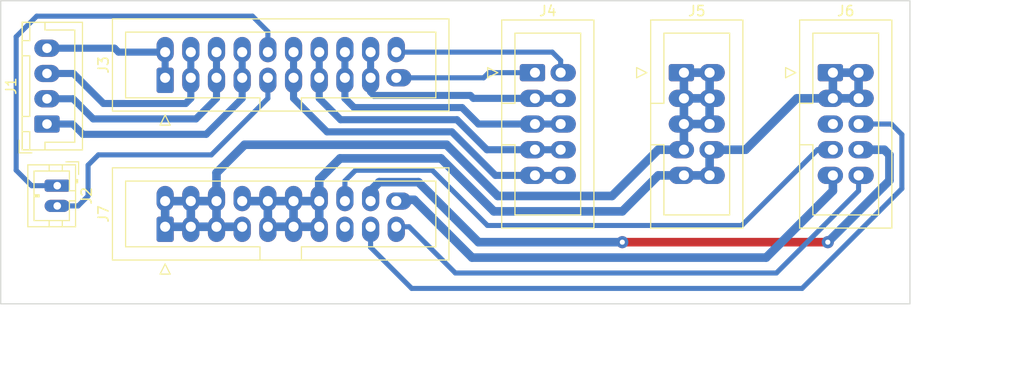
<source format=kicad_pcb>
(kicad_pcb (version 20171130) (host pcbnew "(5.1.7)-1")

  (general
    (thickness 1.6)
    (drawings 6)
    (tracks 146)
    (zones 0)
    (modules 9)
    (nets 22)
  )

  (page A4)
  (layers
    (0 F.Cu signal)
    (31 B.Cu signal)
    (32 B.Adhes user)
    (33 F.Adhes user)
    (34 B.Paste user)
    (35 F.Paste user)
    (36 B.SilkS user)
    (37 F.SilkS user)
    (38 B.Mask user)
    (39 F.Mask user)
    (40 Dwgs.User user)
    (41 Cmts.User user)
    (42 Eco1.User user)
    (43 Eco2.User user)
    (44 Edge.Cuts user)
    (45 Margin user)
    (46 B.CrtYd user hide)
    (47 F.CrtYd user hide)
    (48 B.Fab user hide)
    (49 F.Fab user hide)
  )

  (setup
    (last_trace_width 0.5)
    (trace_clearance 0.5)
    (zone_clearance 0.508)
    (zone_45_only no)
    (trace_min 0.2)
    (via_size 0.8)
    (via_drill 0.4)
    (via_min_size 0.4)
    (via_min_drill 0.3)
    (uvia_size 0.3)
    (uvia_drill 0.1)
    (uvias_allowed no)
    (uvia_min_size 0.2)
    (uvia_min_drill 0.1)
    (edge_width 0.1)
    (segment_width 0.2)
    (pcb_text_width 0.3)
    (pcb_text_size 1.5 1.5)
    (mod_edge_width 0.15)
    (mod_text_size 1 1)
    (mod_text_width 0.15)
    (pad_size 2.5 1.7)
    (pad_drill 1)
    (pad_to_mask_clearance 0)
    (aux_axis_origin 0 0)
    (visible_elements 7FFFFFFF)
    (pcbplotparams
      (layerselection 0x010fc_ffffffff)
      (usegerberextensions false)
      (usegerberattributes true)
      (usegerberadvancedattributes true)
      (creategerberjobfile true)
      (excludeedgelayer true)
      (linewidth 0.100000)
      (plotframeref false)
      (viasonmask false)
      (mode 1)
      (useauxorigin false)
      (hpglpennumber 1)
      (hpglpenspeed 20)
      (hpglpendiameter 15.000000)
      (psnegative false)
      (psa4output false)
      (plotreference true)
      (plotvalue true)
      (plotinvisibletext false)
      (padsonsilk false)
      (subtractmaskfromsilk false)
      (outputformat 1)
      (mirror false)
      (drillshape 1)
      (scaleselection 1)
      (outputdirectory ""))
  )

  (net 0 "")
  (net 1 "Net-(J1-Pad4)")
  (net 2 "Net-(J1-Pad3)")
  (net 3 "Net-(J1-Pad2)")
  (net 4 "Net-(J1-Pad1)")
  (net 5 "Net-(J2-Pad2)")
  (net 6 "Net-(J2-Pad1)")
  (net 7 "Net-(J3-Pad20)")
  (net 8 "Net-(J3-Pad19)")
  (net 9 "Net-(J3-Pad17)")
  (net 10 "Net-(J3-Pad15)")
  (net 11 "Net-(J3-Pad13)")
  (net 12 "Net-(J3-Pad11)")
  (net 13 "Net-(J5-Pad10)")
  (net 14 "Net-(J5-Pad1)")
  (net 15 +12V)
  (net 16 GND)
  (net 17 "Net-(J6-Pad6)")
  (net 18 "Net-(J6-Pad7)")
  (net 19 "Net-(J6-Pad5)")
  (net 20 "Net-(J7-Pad15)")
  (net 21 "Net-(J6-Pad10)")

  (net_class Default "This is the default net class."
    (clearance 0.5)
    (trace_width 0.5)
    (via_dia 0.8)
    (via_drill 0.4)
    (uvia_dia 0.3)
    (uvia_drill 0.1)
    (add_net "Net-(J2-Pad1)")
    (add_net "Net-(J2-Pad2)")
    (add_net "Net-(J3-Pad19)")
    (add_net "Net-(J3-Pad20)")
    (add_net "Net-(J6-Pad10)")
    (add_net "Net-(J6-Pad5)")
    (add_net "Net-(J6-Pad6)")
    (add_net "Net-(J6-Pad7)")
    (add_net "Net-(J7-Pad15)")
  )

  (net_class 12V ""
    (clearance 0.5)
    (trace_width 0.85)
    (via_dia 1.2)
    (via_drill 0.5)
    (uvia_dia 0.3)
    (uvia_drill 0.1)
    (add_net +12V)
    (add_net GND)
  )

  (net_class Heat ""
    (clearance 0.5)
    (trace_width 0.85)
    (via_dia 0.8)
    (via_drill 0.4)
    (uvia_dia 0.3)
    (uvia_drill 0.1)
    (add_net "Net-(J5-Pad1)")
    (add_net "Net-(J5-Pad10)")
  )

  (net_class Motor ""
    (clearance 0.5)
    (trace_width 0.7)
    (via_dia 0.8)
    (via_drill 0.4)
    (uvia_dia 0.3)
    (uvia_drill 0.1)
    (add_net "Net-(J1-Pad1)")
    (add_net "Net-(J1-Pad2)")
    (add_net "Net-(J1-Pad3)")
    (add_net "Net-(J1-Pad4)")
    (add_net "Net-(J3-Pad11)")
    (add_net "Net-(J3-Pad13)")
    (add_net "Net-(J3-Pad15)")
    (add_net "Net-(J3-Pad17)")
  )

  (module MountingHole:MountingHole_3.2mm_M3 (layer F.Cu) (tedit 6016E280) (tstamp 6017AE72)
    (at 163.576 94.996)
    (descr "Mounting Hole 3.2mm, no annular, M3")
    (tags "mounting hole 3.2mm no annular m3")
    (attr virtual)
    (fp_text reference REF** (at 0 -4.2) (layer F.SilkS) hide
      (effects (font (size 1 1) (thickness 0.15)))
    )
    (fp_text value MountingHole_3.2mm_M3 (at 0 4.2) (layer F.Fab) hide
      (effects (font (size 1 1) (thickness 0.15)))
    )
    (fp_circle (center 0 0) (end 3.2 0) (layer Cmts.User) (width 0.15))
    (fp_circle (center 0 0) (end 3.45 0) (layer F.CrtYd) (width 0.05))
    (fp_text user %R (at 0.3 0) (layer F.Fab) hide
      (effects (font (size 1 1) (thickness 0.15)))
    )
    (pad "" np_thru_hole circle (at 0 0) (size 3.2 3.2) (drill 3.2) (layers *.Cu *.Mask))
  )

  (module MountingHole:MountingHole_3.2mm_M3 (layer F.Cu) (tedit 6016E280) (tstamp 6017A799)
    (at 80.772 94.996)
    (descr "Mounting Hole 3.2mm, no annular, M3")
    (tags "mounting hole 3.2mm no annular m3")
    (attr virtual)
    (fp_text reference REF** (at 0 -4.2) (layer F.SilkS) hide
      (effects (font (size 1 1) (thickness 0.15)))
    )
    (fp_text value MountingHole_3.2mm_M3 (at 0 4.2) (layer F.Fab) hide
      (effects (font (size 1 1) (thickness 0.15)))
    )
    (fp_circle (center 0 0) (end 3.45 0) (layer F.CrtYd) (width 0.05))
    (fp_circle (center 0 0) (end 3.2 0) (layer Cmts.User) (width 0.15))
    (fp_text user %R (at 0.3 0) (layer F.Fab) hide
      (effects (font (size 1 1) (thickness 0.15)))
    )
    (pad "" np_thru_hole circle (at 0 0) (size 3.2 3.2) (drill 3.2) (layers *.Cu *.Mask))
  )

  (module Connector_IDC:IDC-Header_2x05_P2.54mm_Vertical (layer F.Cu) (tedit 5EAC9A07) (tstamp 601782B4)
    (at 159.512 75.692)
    (descr "Through hole IDC box header, 2x05, 2.54mm pitch, DIN 41651 / IEC 60603-13, double rows, https://docs.google.com/spreadsheets/d/16SsEcesNF15N3Lb4niX7dcUr-NY5_MFPQhobNuNppn4/edit#gid=0")
    (tags "Through hole vertical IDC box header THT 2x05 2.54mm double row")
    (path /60208435)
    (fp_text reference J6 (at 1.27 -6.1) (layer F.SilkS)
      (effects (font (size 1 1) (thickness 0.15)))
    )
    (fp_text value Axiscon3 (at 1.27 16.26) (layer F.Fab)
      (effects (font (size 1 1) (thickness 0.15)))
    )
    (fp_line (start 6.22 -5.6) (end -3.68 -5.6) (layer F.CrtYd) (width 0.05))
    (fp_line (start 6.22 15.76) (end 6.22 -5.6) (layer F.CrtYd) (width 0.05))
    (fp_line (start -3.68 15.76) (end 6.22 15.76) (layer F.CrtYd) (width 0.05))
    (fp_line (start -3.68 -5.6) (end -3.68 15.76) (layer F.CrtYd) (width 0.05))
    (fp_line (start -4.68 0.5) (end -3.68 0) (layer F.SilkS) (width 0.12))
    (fp_line (start -4.68 -0.5) (end -4.68 0.5) (layer F.SilkS) (width 0.12))
    (fp_line (start -3.68 0) (end -4.68 -0.5) (layer F.SilkS) (width 0.12))
    (fp_line (start -1.98 7.13) (end -3.29 7.13) (layer F.SilkS) (width 0.12))
    (fp_line (start -1.98 7.13) (end -1.98 7.13) (layer F.SilkS) (width 0.12))
    (fp_line (start -1.98 14.07) (end -1.98 7.13) (layer F.SilkS) (width 0.12))
    (fp_line (start 4.52 14.07) (end -1.98 14.07) (layer F.SilkS) (width 0.12))
    (fp_line (start 4.52 -3.91) (end 4.52 14.07) (layer F.SilkS) (width 0.12))
    (fp_line (start -1.98 -3.91) (end 4.52 -3.91) (layer F.SilkS) (width 0.12))
    (fp_line (start -1.98 3.03) (end -1.98 -3.91) (layer F.SilkS) (width 0.12))
    (fp_line (start -3.29 3.03) (end -1.98 3.03) (layer F.SilkS) (width 0.12))
    (fp_line (start -3.29 15.37) (end -3.29 -5.21) (layer F.SilkS) (width 0.12))
    (fp_line (start 5.83 15.37) (end -3.29 15.37) (layer F.SilkS) (width 0.12))
    (fp_line (start 5.83 -5.21) (end 5.83 15.37) (layer F.SilkS) (width 0.12))
    (fp_line (start -3.29 -5.21) (end 5.83 -5.21) (layer F.SilkS) (width 0.12))
    (fp_line (start -1.98 7.13) (end -3.18 7.13) (layer F.Fab) (width 0.1))
    (fp_line (start -1.98 7.13) (end -1.98 7.13) (layer F.Fab) (width 0.1))
    (fp_line (start -1.98 14.07) (end -1.98 7.13) (layer F.Fab) (width 0.1))
    (fp_line (start 4.52 14.07) (end -1.98 14.07) (layer F.Fab) (width 0.1))
    (fp_line (start 4.52 -3.91) (end 4.52 14.07) (layer F.Fab) (width 0.1))
    (fp_line (start -1.98 -3.91) (end 4.52 -3.91) (layer F.Fab) (width 0.1))
    (fp_line (start -1.98 3.03) (end -1.98 -3.91) (layer F.Fab) (width 0.1))
    (fp_line (start -3.18 3.03) (end -1.98 3.03) (layer F.Fab) (width 0.1))
    (fp_line (start -3.18 15.26) (end -3.18 -4.1) (layer F.Fab) (width 0.1))
    (fp_line (start 5.72 15.26) (end -3.18 15.26) (layer F.Fab) (width 0.1))
    (fp_line (start 5.72 -5.1) (end 5.72 15.26) (layer F.Fab) (width 0.1))
    (fp_line (start -2.18 -5.1) (end 5.72 -5.1) (layer F.Fab) (width 0.1))
    (fp_line (start -3.18 -4.1) (end -2.18 -5.1) (layer F.Fab) (width 0.1))
    (fp_text user %R (at 1.27 5.08 90) (layer F.Fab)
      (effects (font (size 1 1) (thickness 0.15)))
    )
    (pad 10 thru_hole oval (at 2.54 10.16) (size 2.5 1.7) (drill 1 (offset 0.25 0)) (layers *.Cu *.Mask)
      (net 21 "Net-(J6-Pad10)"))
    (pad 8 thru_hole oval (at 2.54 7.62) (size 2.5 1.7) (drill 1 (offset 0.25 0)) (layers *.Cu *.Mask)
      (net 16 GND))
    (pad 6 thru_hole oval (at 2.54 5.08) (size 2.5 1.7) (drill 1 (offset 0.25 0)) (layers *.Cu *.Mask)
      (net 17 "Net-(J6-Pad6)"))
    (pad 4 thru_hole oval (at 2.54 2.54) (size 2.5 1.7) (drill 1 (offset 0.25 0)) (layers *.Cu *.Mask)
      (net 13 "Net-(J5-Pad10)"))
    (pad 2 thru_hole oval (at 2.54 0) (size 2.5 1.7) (drill 1 (offset 0.25 0)) (layers *.Cu *.Mask)
      (net 13 "Net-(J5-Pad10)"))
    (pad 9 thru_hole oval (at 0 10.16) (size 2.5 1.7) (drill 1 (offset -0.25 0)) (layers *.Cu *.Mask)
      (net 15 +12V))
    (pad 7 thru_hole oval (at 0 7.62) (size 2.5 1.7) (drill 1 (offset -0.25 0)) (layers *.Cu *.Mask)
      (net 18 "Net-(J6-Pad7)"))
    (pad 5 thru_hole oval (at 0 5.08) (size 2.5 1.7) (drill 1 (offset -0.25 0)) (layers *.Cu *.Mask)
      (net 19 "Net-(J6-Pad5)"))
    (pad 3 thru_hole oval (at 0 2.54) (size 2.5 1.7) (drill 1 (offset -0.25 0)) (layers *.Cu *.Mask)
      (net 13 "Net-(J5-Pad10)"))
    (pad 1 thru_hole roundrect (at 0 0) (size 2.5 1.7) (drill 1 (offset -0.25 0)) (layers *.Cu *.Mask) (roundrect_rratio 0.147)
      (net 13 "Net-(J5-Pad10)"))
    (model ${KISYS3DMOD}/Connector_IDC.3dshapes/IDC-Header_2x05_P2.54mm_Vertical.wrl
      (at (xyz 0 0 0))
      (scale (xyz 1 1 1))
      (rotate (xyz 0 0 0))
    )
  )

  (module Connector_IDC:IDC-Header_2x10_P2.54mm_Vertical (layer F.Cu) (tedit 60172059) (tstamp 601782ED)
    (at 93.472 90.932 90)
    (descr "Through hole IDC box header, 2x10, 2.54mm pitch, DIN 41651 / IEC 60603-13, double rows, https://docs.google.com/spreadsheets/d/16SsEcesNF15N3Lb4niX7dcUr-NY5_MFPQhobNuNppn4/edit#gid=0")
    (tags "Through hole vertical IDC box header THT 2x10 2.54mm double row")
    (path /6016ECCC)
    (fp_text reference J7 (at 1.27 -6.1 90) (layer F.SilkS)
      (effects (font (size 1 1) (thickness 0.15)))
    )
    (fp_text value Intercon2 (at 1.27 28.96 90) (layer F.Fab)
      (effects (font (size 1 1) (thickness 0.15)))
    )
    (fp_line (start 6.22 -5.6) (end -3.68 -5.6) (layer F.CrtYd) (width 0.05))
    (fp_line (start 6.22 28.46) (end 6.22 -5.6) (layer F.CrtYd) (width 0.05))
    (fp_line (start -3.68 28.46) (end 6.22 28.46) (layer F.CrtYd) (width 0.05))
    (fp_line (start -3.68 -5.6) (end -3.68 28.46) (layer F.CrtYd) (width 0.05))
    (fp_line (start -4.68 0.5) (end -3.68 0) (layer F.SilkS) (width 0.12))
    (fp_line (start -4.68 -0.5) (end -4.68 0.5) (layer F.SilkS) (width 0.12))
    (fp_line (start -3.68 0) (end -4.68 -0.5) (layer F.SilkS) (width 0.12))
    (fp_line (start -1.98 13.48) (end -3.29 13.48) (layer F.SilkS) (width 0.12))
    (fp_line (start -1.98 13.48) (end -1.98 13.48) (layer F.SilkS) (width 0.12))
    (fp_line (start -1.98 26.77) (end -1.98 13.48) (layer F.SilkS) (width 0.12))
    (fp_line (start 4.52 26.77) (end -1.98 26.77) (layer F.SilkS) (width 0.12))
    (fp_line (start 4.52 -3.91) (end 4.52 26.77) (layer F.SilkS) (width 0.12))
    (fp_line (start -1.98 -3.91) (end 4.52 -3.91) (layer F.SilkS) (width 0.12))
    (fp_line (start -1.98 9.38) (end -1.98 -3.91) (layer F.SilkS) (width 0.12))
    (fp_line (start -3.29 9.38) (end -1.98 9.38) (layer F.SilkS) (width 0.12))
    (fp_line (start -3.29 28.07) (end -3.29 -5.21) (layer F.SilkS) (width 0.12))
    (fp_line (start 5.83 28.07) (end -3.29 28.07) (layer F.SilkS) (width 0.12))
    (fp_line (start 5.83 -5.21) (end 5.83 28.07) (layer F.SilkS) (width 0.12))
    (fp_line (start -3.29 -5.21) (end 5.83 -5.21) (layer F.SilkS) (width 0.12))
    (fp_line (start -1.98 13.48) (end -3.18 13.48) (layer F.Fab) (width 0.1))
    (fp_line (start -1.98 13.48) (end -1.98 13.48) (layer F.Fab) (width 0.1))
    (fp_line (start -1.98 26.77) (end -1.98 13.48) (layer F.Fab) (width 0.1))
    (fp_line (start 4.52 26.77) (end -1.98 26.77) (layer F.Fab) (width 0.1))
    (fp_line (start 4.52 -3.91) (end 4.52 26.77) (layer F.Fab) (width 0.1))
    (fp_line (start -1.98 -3.91) (end 4.52 -3.91) (layer F.Fab) (width 0.1))
    (fp_line (start -1.98 9.38) (end -1.98 -3.91) (layer F.Fab) (width 0.1))
    (fp_line (start -3.18 9.38) (end -1.98 9.38) (layer F.Fab) (width 0.1))
    (fp_line (start -3.18 27.96) (end -3.18 -4.1) (layer F.Fab) (width 0.1))
    (fp_line (start 5.72 27.96) (end -3.18 27.96) (layer F.Fab) (width 0.1))
    (fp_line (start 5.72 -5.1) (end 5.72 27.96) (layer F.Fab) (width 0.1))
    (fp_line (start -2.18 -5.1) (end 5.72 -5.1) (layer F.Fab) (width 0.1))
    (fp_line (start -3.18 -4.1) (end -2.18 -5.1) (layer F.Fab) (width 0.1))
    (fp_text user %R (at 1.27 11.43) (layer F.Fab)
      (effects (font (size 1 1) (thickness 0.15)))
    )
    (pad 20 thru_hole oval (at 2.54 22.86 90) (size 1.7 2.5) (drill 1 (offset 0 0.25)) (layers *.Cu *.Mask)
      (net 15 +12V))
    (pad 18 thru_hole oval (at 2.54 20.32 90) (size 2.5 1.7) (drill 1 (offset 0.25 0)) (layers *.Cu *.Mask)
      (net 16 GND))
    (pad 16 thru_hole oval (at 2.54 17.78 90) (size 2.5 1.7) (drill 1 (offset 0.25 0)) (layers *.Cu *.Mask)
      (net 18 "Net-(J6-Pad7)"))
    (pad 14 thru_hole oval (at 2.54 15.24 90) (size 2.5 1.7) (drill 1 (offset 0.25 0)) (layers *.Cu *.Mask)
      (net 13 "Net-(J5-Pad10)"))
    (pad 12 thru_hole oval (at 2.54 12.7 90) (size 2.5 1.7) (drill 1 (offset 0.25 0)) (layers *.Cu *.Mask)
      (net 13 "Net-(J5-Pad10)"))
    (pad 10 thru_hole oval (at 2.54 10.16 90) (size 2.5 1.7) (drill 1 (offset 0.25 0)) (layers *.Cu *.Mask)
      (net 13 "Net-(J5-Pad10)"))
    (pad 8 thru_hole oval (at 2.54 7.62 90) (size 2.5 1.7) (drill 1 (offset 0.25 0)) (layers *.Cu *.Mask)
      (net 13 "Net-(J5-Pad10)"))
    (pad 6 thru_hole oval (at 2.54 5.08 90) (size 2.5 1.7) (drill 1 (offset 0.25 0)) (layers *.Cu *.Mask)
      (net 14 "Net-(J5-Pad1)"))
    (pad 4 thru_hole oval (at 2.54 2.54 90) (size 2.5 1.7) (drill 1 (offset 0.25 0)) (layers *.Cu *.Mask)
      (net 14 "Net-(J5-Pad1)"))
    (pad 2 thru_hole oval (at 2.54 0 90) (size 2.5 1.7) (drill 1 (offset 0.25 0)) (layers *.Cu *.Mask)
      (net 14 "Net-(J5-Pad1)"))
    (pad 19 thru_hole oval (at 0 22.86 90) (size 2.5 1.7) (drill 1 (offset -0.25 0)) (layers *.Cu *.Mask)
      (net 21 "Net-(J6-Pad10)"))
    (pad 17 thru_hole oval (at 0 20.32 90) (size 2.5 1.7) (drill 1 (offset -0.25 0)) (layers *.Cu *.Mask)
      (net 17 "Net-(J6-Pad6)"))
    (pad 15 thru_hole oval (at 0 17.78 90) (size 2.5 1.7) (drill 1 (offset -0.25 0)) (layers *.Cu *.Mask)
      (net 20 "Net-(J7-Pad15)"))
    (pad 13 thru_hole oval (at 0 15.24 90) (size 2.5 1.7) (drill 1 (offset -0.25 0)) (layers *.Cu *.Mask)
      (net 13 "Net-(J5-Pad10)"))
    (pad 11 thru_hole oval (at 0 12.7 90) (size 2.5 1.7) (drill 1 (offset -0.25 0)) (layers *.Cu *.Mask)
      (net 13 "Net-(J5-Pad10)"))
    (pad 9 thru_hole oval (at 0 10.16 90) (size 2.5 1.7) (drill 1 (offset -0.25 0)) (layers *.Cu *.Mask)
      (net 13 "Net-(J5-Pad10)"))
    (pad 7 thru_hole oval (at 0 7.62 90) (size 2.5 1.7) (drill 1 (offset -0.25 0)) (layers *.Cu *.Mask)
      (net 14 "Net-(J5-Pad1)"))
    (pad 5 thru_hole oval (at 0 5.08 90) (size 2.5 1.7) (drill 1 (offset -0.25 0)) (layers *.Cu *.Mask)
      (net 14 "Net-(J5-Pad1)"))
    (pad 3 thru_hole oval (at 0 2.54 90) (size 2.5 1.7) (drill 1 (offset -0.25 0)) (layers *.Cu *.Mask)
      (net 14 "Net-(J5-Pad1)"))
    (pad 1 thru_hole roundrect (at 0 0 90) (size 2.5 1.7) (drill 1 (offset -0.25 0)) (layers *.Cu *.Mask) (roundrect_rratio 0.147)
      (net 14 "Net-(J5-Pad1)"))
    (model ${KISYS3DMOD}/Connector_IDC.3dshapes/IDC-Header_2x10_P2.54mm_Vertical.wrl
      (at (xyz 0 0 0))
      (scale (xyz 1 1 1))
      (rotate (xyz 0 0 0))
    )
  )

  (module Connector_IDC:IDC-Header_2x05_P2.54mm_Vertical (layer F.Cu) (tedit 5EAC9A07) (tstamp 60178285)
    (at 144.78 75.692)
    (descr "Through hole IDC box header, 2x05, 2.54mm pitch, DIN 41651 / IEC 60603-13, double rows, https://docs.google.com/spreadsheets/d/16SsEcesNF15N3Lb4niX7dcUr-NY5_MFPQhobNuNppn4/edit#gid=0")
    (tags "Through hole vertical IDC box header THT 2x05 2.54mm double row")
    (path /60207A67)
    (fp_text reference J5 (at 1.27 -6.1) (layer F.SilkS)
      (effects (font (size 1 1) (thickness 0.15)))
    )
    (fp_text value Axiscon2 (at 1.27 16.26) (layer F.Fab)
      (effects (font (size 1 1) (thickness 0.15)))
    )
    (fp_line (start 6.22 -5.6) (end -3.68 -5.6) (layer F.CrtYd) (width 0.05))
    (fp_line (start 6.22 15.76) (end 6.22 -5.6) (layer F.CrtYd) (width 0.05))
    (fp_line (start -3.68 15.76) (end 6.22 15.76) (layer F.CrtYd) (width 0.05))
    (fp_line (start -3.68 -5.6) (end -3.68 15.76) (layer F.CrtYd) (width 0.05))
    (fp_line (start -4.68 0.5) (end -3.68 0) (layer F.SilkS) (width 0.12))
    (fp_line (start -4.68 -0.5) (end -4.68 0.5) (layer F.SilkS) (width 0.12))
    (fp_line (start -3.68 0) (end -4.68 -0.5) (layer F.SilkS) (width 0.12))
    (fp_line (start -1.98 7.13) (end -3.29 7.13) (layer F.SilkS) (width 0.12))
    (fp_line (start -1.98 7.13) (end -1.98 7.13) (layer F.SilkS) (width 0.12))
    (fp_line (start -1.98 14.07) (end -1.98 7.13) (layer F.SilkS) (width 0.12))
    (fp_line (start 4.52 14.07) (end -1.98 14.07) (layer F.SilkS) (width 0.12))
    (fp_line (start 4.52 -3.91) (end 4.52 14.07) (layer F.SilkS) (width 0.12))
    (fp_line (start -1.98 -3.91) (end 4.52 -3.91) (layer F.SilkS) (width 0.12))
    (fp_line (start -1.98 3.03) (end -1.98 -3.91) (layer F.SilkS) (width 0.12))
    (fp_line (start -3.29 3.03) (end -1.98 3.03) (layer F.SilkS) (width 0.12))
    (fp_line (start -3.29 15.37) (end -3.29 -5.21) (layer F.SilkS) (width 0.12))
    (fp_line (start 5.83 15.37) (end -3.29 15.37) (layer F.SilkS) (width 0.12))
    (fp_line (start 5.83 -5.21) (end 5.83 15.37) (layer F.SilkS) (width 0.12))
    (fp_line (start -3.29 -5.21) (end 5.83 -5.21) (layer F.SilkS) (width 0.12))
    (fp_line (start -1.98 7.13) (end -3.18 7.13) (layer F.Fab) (width 0.1))
    (fp_line (start -1.98 7.13) (end -1.98 7.13) (layer F.Fab) (width 0.1))
    (fp_line (start -1.98 14.07) (end -1.98 7.13) (layer F.Fab) (width 0.1))
    (fp_line (start 4.52 14.07) (end -1.98 14.07) (layer F.Fab) (width 0.1))
    (fp_line (start 4.52 -3.91) (end 4.52 14.07) (layer F.Fab) (width 0.1))
    (fp_line (start -1.98 -3.91) (end 4.52 -3.91) (layer F.Fab) (width 0.1))
    (fp_line (start -1.98 3.03) (end -1.98 -3.91) (layer F.Fab) (width 0.1))
    (fp_line (start -3.18 3.03) (end -1.98 3.03) (layer F.Fab) (width 0.1))
    (fp_line (start -3.18 15.26) (end -3.18 -4.1) (layer F.Fab) (width 0.1))
    (fp_line (start 5.72 15.26) (end -3.18 15.26) (layer F.Fab) (width 0.1))
    (fp_line (start 5.72 -5.1) (end 5.72 15.26) (layer F.Fab) (width 0.1))
    (fp_line (start -2.18 -5.1) (end 5.72 -5.1) (layer F.Fab) (width 0.1))
    (fp_line (start -3.18 -4.1) (end -2.18 -5.1) (layer F.Fab) (width 0.1))
    (fp_text user %R (at 1.27 5.08 90) (layer F.Fab)
      (effects (font (size 1 1) (thickness 0.15)))
    )
    (pad 10 thru_hole oval (at 2.54 10.16) (size 2.5 1.7) (drill 1 (offset 0.25 0)) (layers *.Cu *.Mask)
      (net 13 "Net-(J5-Pad10)"))
    (pad 8 thru_hole oval (at 2.54 7.62) (size 2.5 1.7) (drill 1 (offset 0.25 0)) (layers *.Cu *.Mask)
      (net 13 "Net-(J5-Pad10)"))
    (pad 6 thru_hole oval (at 2.54 5.08) (size 2.5 1.7) (drill 1 (offset 0.25 0)) (layers *.Cu *.Mask)
      (net 14 "Net-(J5-Pad1)"))
    (pad 4 thru_hole oval (at 2.54 2.54) (size 2.5 1.7) (drill 1 (offset 0.25 0)) (layers *.Cu *.Mask)
      (net 14 "Net-(J5-Pad1)"))
    (pad 2 thru_hole oval (at 2.54 0) (size 2.5 1.7) (drill 1 (offset 0.25 0)) (layers *.Cu *.Mask)
      (net 14 "Net-(J5-Pad1)"))
    (pad 9 thru_hole oval (at 0 10.16) (size 2.5 1.7) (drill 1 (offset -0.25 0)) (layers *.Cu *.Mask)
      (net 13 "Net-(J5-Pad10)"))
    (pad 7 thru_hole oval (at 0 7.62) (size 2.5 1.7) (drill 1 (offset -0.25 0)) (layers *.Cu *.Mask)
      (net 14 "Net-(J5-Pad1)"))
    (pad 5 thru_hole oval (at 0 5.08) (size 2.5 1.7) (drill 1 (offset -0.25 0)) (layers *.Cu *.Mask)
      (net 14 "Net-(J5-Pad1)"))
    (pad 3 thru_hole oval (at 0 2.54) (size 2.5 1.7) (drill 1 (offset -0.25 0)) (layers *.Cu *.Mask)
      (net 14 "Net-(J5-Pad1)"))
    (pad 1 thru_hole roundrect (at 0 0) (size 2.5 1.7) (drill 1 (offset -0.25 0)) (layers *.Cu *.Mask) (roundrect_rratio 0.147)
      (net 14 "Net-(J5-Pad1)"))
    (model ${KISYS3DMOD}/Connector_IDC.3dshapes/IDC-Header_2x05_P2.54mm_Vertical.wrl
      (at (xyz 0 0 0))
      (scale (xyz 1 1 1))
      (rotate (xyz 0 0 0))
    )
  )

  (module Connector_IDC:IDC-Header_2x05_P2.54mm_Vertical (layer F.Cu) (tedit 60171F7F) (tstamp 60178256)
    (at 130.048 75.692)
    (descr "Through hole IDC box header, 2x05, 2.54mm pitch, DIN 41651 / IEC 60603-13, double rows, https://docs.google.com/spreadsheets/d/16SsEcesNF15N3Lb4niX7dcUr-NY5_MFPQhobNuNppn4/edit#gid=0")
    (tags "Through hole vertical IDC box header THT 2x05 2.54mm double row")
    (path /602068B3)
    (fp_text reference J4 (at 1.27 -6.1) (layer F.SilkS)
      (effects (font (size 1 1) (thickness 0.15)))
    )
    (fp_text value Axiscon1 (at 1.27 16.26) (layer F.Fab)
      (effects (font (size 1 1) (thickness 0.15)))
    )
    (fp_line (start 6.22 -5.6) (end -3.68 -5.6) (layer F.CrtYd) (width 0.05))
    (fp_line (start 6.22 15.76) (end 6.22 -5.6) (layer F.CrtYd) (width 0.05))
    (fp_line (start -3.68 15.76) (end 6.22 15.76) (layer F.CrtYd) (width 0.05))
    (fp_line (start -3.68 -5.6) (end -3.68 15.76) (layer F.CrtYd) (width 0.05))
    (fp_line (start -4.68 0.5) (end -3.68 0) (layer F.SilkS) (width 0.12))
    (fp_line (start -4.68 -0.5) (end -4.68 0.5) (layer F.SilkS) (width 0.12))
    (fp_line (start -3.68 0) (end -4.68 -0.5) (layer F.SilkS) (width 0.12))
    (fp_line (start -1.98 7.13) (end -3.29 7.13) (layer F.SilkS) (width 0.12))
    (fp_line (start -1.98 7.13) (end -1.98 7.13) (layer F.SilkS) (width 0.12))
    (fp_line (start -1.98 14.07) (end -1.98 7.13) (layer F.SilkS) (width 0.12))
    (fp_line (start 4.52 14.07) (end -1.98 14.07) (layer F.SilkS) (width 0.12))
    (fp_line (start 4.52 -3.91) (end 4.52 14.07) (layer F.SilkS) (width 0.12))
    (fp_line (start -1.98 -3.91) (end 4.52 -3.91) (layer F.SilkS) (width 0.12))
    (fp_line (start -1.98 3.03) (end -1.98 -3.91) (layer F.SilkS) (width 0.12))
    (fp_line (start -3.29 3.03) (end -1.98 3.03) (layer F.SilkS) (width 0.12))
    (fp_line (start -3.29 15.37) (end -3.29 -5.21) (layer F.SilkS) (width 0.12))
    (fp_line (start 5.83 15.37) (end -3.29 15.37) (layer F.SilkS) (width 0.12))
    (fp_line (start 5.83 -5.21) (end 5.83 15.37) (layer F.SilkS) (width 0.12))
    (fp_line (start -3.29 -5.21) (end 5.83 -5.21) (layer F.SilkS) (width 0.12))
    (fp_line (start -1.98 7.13) (end -3.18 7.13) (layer F.Fab) (width 0.1))
    (fp_line (start -1.98 7.13) (end -1.98 7.13) (layer F.Fab) (width 0.1))
    (fp_line (start -1.98 14.07) (end -1.98 7.13) (layer F.Fab) (width 0.1))
    (fp_line (start 4.52 14.07) (end -1.98 14.07) (layer F.Fab) (width 0.1))
    (fp_line (start 4.52 -3.91) (end 4.52 14.07) (layer F.Fab) (width 0.1))
    (fp_line (start -1.98 -3.91) (end 4.52 -3.91) (layer F.Fab) (width 0.1))
    (fp_line (start -1.98 3.03) (end -1.98 -3.91) (layer F.Fab) (width 0.1))
    (fp_line (start -3.18 3.03) (end -1.98 3.03) (layer F.Fab) (width 0.1))
    (fp_line (start -3.18 15.26) (end -3.18 -4.1) (layer F.Fab) (width 0.1))
    (fp_line (start 5.72 15.26) (end -3.18 15.26) (layer F.Fab) (width 0.1))
    (fp_line (start 5.72 -5.1) (end 5.72 15.26) (layer F.Fab) (width 0.1))
    (fp_line (start -2.18 -5.1) (end 5.72 -5.1) (layer F.Fab) (width 0.1))
    (fp_line (start -3.18 -4.1) (end -2.18 -5.1) (layer F.Fab) (width 0.1))
    (fp_text user %R (at 1.27 5.08 90) (layer F.Fab)
      (effects (font (size 1 1) (thickness 0.15)))
    )
    (pad 10 thru_hole oval (at 2.54 10.16) (size 2.5 1.7) (drill 1 (offset 0.25 0)) (layers *.Cu *.Mask)
      (net 12 "Net-(J3-Pad11)"))
    (pad 8 thru_hole oval (at 2.54 7.62) (size 2.5 1.7) (drill 1 (offset 0.25 0)) (layers *.Cu *.Mask)
      (net 11 "Net-(J3-Pad13)"))
    (pad 6 thru_hole oval (at 2.54 5.08) (size 2.5 1.7) (drill 1 (offset 0.25 0)) (layers *.Cu *.Mask)
      (net 10 "Net-(J3-Pad15)"))
    (pad 4 thru_hole oval (at 2.54 2.54) (size 2.5 1.7) (drill 1 (offset 0.25 0)) (layers *.Cu *.Mask)
      (net 9 "Net-(J3-Pad17)"))
    (pad 2 thru_hole oval (at 2.54 0) (size 2.5 1.7) (drill 1 (offset 0.25 0)) (layers *.Cu *.Mask)
      (net 7 "Net-(J3-Pad20)"))
    (pad 9 thru_hole oval (at 0 10.16) (size 2.5 1.7) (drill 1 (offset -0.25 0)) (layers *.Cu *.Mask)
      (net 12 "Net-(J3-Pad11)"))
    (pad 7 thru_hole oval (at 0 7.62) (size 2.5 1.7) (drill 1 (offset -0.25 0)) (layers *.Cu *.Mask)
      (net 11 "Net-(J3-Pad13)"))
    (pad 5 thru_hole oval (at 0 5.08) (size 2.5 1.7) (drill 1 (offset -0.25 0)) (layers *.Cu *.Mask)
      (net 10 "Net-(J3-Pad15)"))
    (pad 3 thru_hole oval (at 0 2.54) (size 2.5 1.7) (drill 1 (offset -0.25 0)) (layers *.Cu *.Mask)
      (net 9 "Net-(J3-Pad17)"))
    (pad 1 thru_hole roundrect (at 0 0) (size 2.5 1.7) (drill 1 (offset -0.25 0)) (layers *.Cu *.Mask) (roundrect_rratio 0.147)
      (net 8 "Net-(J3-Pad19)"))
    (model ${KISYS3DMOD}/Connector_IDC.3dshapes/IDC-Header_2x05_P2.54mm_Vertical.wrl
      (at (xyz 0 0 0))
      (scale (xyz 1 1 1))
      (rotate (xyz 0 0 0))
    )
  )

  (module Connector_IDC:IDC-Header_2x10_P2.54mm_Vertical (layer F.Cu) (tedit 60172042) (tstamp 60178227)
    (at 93.472 76.2 90)
    (descr "Through hole IDC box header, 2x10, 2.54mm pitch, DIN 41651 / IEC 60603-13, double rows, https://docs.google.com/spreadsheets/d/16SsEcesNF15N3Lb4niX7dcUr-NY5_MFPQhobNuNppn4/edit#gid=0")
    (tags "Through hole vertical IDC box header THT 2x10 2.54mm double row")
    (path /6016C7E5)
    (fp_text reference J3 (at 1.27 -6.1 90) (layer F.SilkS)
      (effects (font (size 1 1) (thickness 0.15)))
    )
    (fp_text value Intercon1 (at 1.27 28.96 90) (layer F.Fab)
      (effects (font (size 1 1) (thickness 0.15)))
    )
    (fp_line (start 6.22 -5.6) (end -3.68 -5.6) (layer F.CrtYd) (width 0.05))
    (fp_line (start 6.22 28.46) (end 6.22 -5.6) (layer F.CrtYd) (width 0.05))
    (fp_line (start -3.68 28.46) (end 6.22 28.46) (layer F.CrtYd) (width 0.05))
    (fp_line (start -3.68 -5.6) (end -3.68 28.46) (layer F.CrtYd) (width 0.05))
    (fp_line (start -4.68 0.5) (end -3.68 0) (layer F.SilkS) (width 0.12))
    (fp_line (start -4.68 -0.5) (end -4.68 0.5) (layer F.SilkS) (width 0.12))
    (fp_line (start -3.68 0) (end -4.68 -0.5) (layer F.SilkS) (width 0.12))
    (fp_line (start -1.98 13.48) (end -3.29 13.48) (layer F.SilkS) (width 0.12))
    (fp_line (start -1.98 13.48) (end -1.98 13.48) (layer F.SilkS) (width 0.12))
    (fp_line (start -1.98 26.77) (end -1.98 13.48) (layer F.SilkS) (width 0.12))
    (fp_line (start 4.52 26.77) (end -1.98 26.77) (layer F.SilkS) (width 0.12))
    (fp_line (start 4.52 -3.91) (end 4.52 26.77) (layer F.SilkS) (width 0.12))
    (fp_line (start -1.98 -3.91) (end 4.52 -3.91) (layer F.SilkS) (width 0.12))
    (fp_line (start -1.98 9.38) (end -1.98 -3.91) (layer F.SilkS) (width 0.12))
    (fp_line (start -3.29 9.38) (end -1.98 9.38) (layer F.SilkS) (width 0.12))
    (fp_line (start -3.29 28.07) (end -3.29 -5.21) (layer F.SilkS) (width 0.12))
    (fp_line (start 5.83 28.07) (end -3.29 28.07) (layer F.SilkS) (width 0.12))
    (fp_line (start 5.83 -5.21) (end 5.83 28.07) (layer F.SilkS) (width 0.12))
    (fp_line (start -3.29 -5.21) (end 5.83 -5.21) (layer F.SilkS) (width 0.12))
    (fp_line (start -1.98 13.48) (end -3.18 13.48) (layer F.Fab) (width 0.1))
    (fp_line (start -1.98 13.48) (end -1.98 13.48) (layer F.Fab) (width 0.1))
    (fp_line (start -1.98 26.77) (end -1.98 13.48) (layer F.Fab) (width 0.1))
    (fp_line (start 4.52 26.77) (end -1.98 26.77) (layer F.Fab) (width 0.1))
    (fp_line (start 4.52 -3.91) (end 4.52 26.77) (layer F.Fab) (width 0.1))
    (fp_line (start -1.98 -3.91) (end 4.52 -3.91) (layer F.Fab) (width 0.1))
    (fp_line (start -1.98 9.38) (end -1.98 -3.91) (layer F.Fab) (width 0.1))
    (fp_line (start -3.18 9.38) (end -1.98 9.38) (layer F.Fab) (width 0.1))
    (fp_line (start -3.18 27.96) (end -3.18 -4.1) (layer F.Fab) (width 0.1))
    (fp_line (start 5.72 27.96) (end -3.18 27.96) (layer F.Fab) (width 0.1))
    (fp_line (start 5.72 -5.1) (end 5.72 27.96) (layer F.Fab) (width 0.1))
    (fp_line (start -2.18 -5.1) (end 5.72 -5.1) (layer F.Fab) (width 0.1))
    (fp_line (start -3.18 -4.1) (end -2.18 -5.1) (layer F.Fab) (width 0.1))
    (fp_text user %R (at 1.27 11.43) (layer F.Fab)
      (effects (font (size 1 1) (thickness 0.15)))
    )
    (pad 20 thru_hole oval (at 2.54 22.86 90) (size 2.5 1.7) (drill 1 (offset 0.25 0)) (layers *.Cu *.Mask)
      (net 7 "Net-(J3-Pad20)"))
    (pad 18 thru_hole oval (at 2.54 20.32 90) (size 2.5 1.7) (drill 1 (offset 0.25 0)) (layers *.Cu *.Mask)
      (net 9 "Net-(J3-Pad17)"))
    (pad 16 thru_hole oval (at 2.54 17.78 90) (size 2.5 1.7) (drill 1 (offset 0.25 0)) (layers *.Cu *.Mask)
      (net 10 "Net-(J3-Pad15)"))
    (pad 14 thru_hole oval (at 2.54 15.24 90) (size 2.5 1.7) (drill 1 (offset 0.25 0)) (layers *.Cu *.Mask)
      (net 11 "Net-(J3-Pad13)"))
    (pad 12 thru_hole oval (at 2.54 12.7 90) (size 2.5 1.7) (drill 1 (offset 0.25 0)) (layers *.Cu *.Mask)
      (net 12 "Net-(J3-Pad11)"))
    (pad 10 thru_hole oval (at 2.54 10.16 90) (size 2.5 1.7) (drill 1 (offset 0.25 0)) (layers *.Cu *.Mask)
      (net 6 "Net-(J2-Pad1)"))
    (pad 8 thru_hole oval (at 2.54 7.62 90) (size 2.5 1.7) (drill 1 (offset 0.25 0)) (layers *.Cu *.Mask)
      (net 4 "Net-(J1-Pad1)"))
    (pad 6 thru_hole oval (at 2.54 5.08 90) (size 2.5 1.7) (drill 1 (offset 0.25 0)) (layers *.Cu *.Mask)
      (net 3 "Net-(J1-Pad2)"))
    (pad 4 thru_hole oval (at 2.54 2.54 90) (size 2.5 1.7) (drill 1 (offset 0.25 0)) (layers *.Cu *.Mask)
      (net 2 "Net-(J1-Pad3)"))
    (pad 2 thru_hole oval (at 2.54 0 90) (size 2.5 1.7) (drill 1 (offset 0.25 0)) (layers *.Cu *.Mask)
      (net 1 "Net-(J1-Pad4)"))
    (pad 19 thru_hole oval (at 0 22.86 90) (size 1.7 2.5) (drill 1 (offset 0 0.25)) (layers *.Cu *.Mask)
      (net 8 "Net-(J3-Pad19)"))
    (pad 17 thru_hole oval (at 0 20.32 90) (size 2.5 1.7) (drill 1 (offset -0.25 0)) (layers *.Cu *.Mask)
      (net 9 "Net-(J3-Pad17)"))
    (pad 15 thru_hole oval (at 0 17.78 90) (size 2.5 1.7) (drill 1 (offset -0.25 0)) (layers *.Cu *.Mask)
      (net 10 "Net-(J3-Pad15)"))
    (pad 13 thru_hole oval (at 0 15.24 90) (size 2.5 1.7) (drill 1 (offset -0.25 0)) (layers *.Cu *.Mask)
      (net 11 "Net-(J3-Pad13)"))
    (pad 11 thru_hole oval (at 0 12.7 90) (size 2.5 1.7) (drill 1 (offset -0.25 0)) (layers *.Cu *.Mask)
      (net 12 "Net-(J3-Pad11)"))
    (pad 9 thru_hole oval (at 0 10.16 90) (size 2.5 1.7) (drill 1 (offset -0.25 0)) (layers *.Cu *.Mask)
      (net 5 "Net-(J2-Pad2)"))
    (pad 7 thru_hole oval (at 0 7.62 90) (size 2.5 1.7) (drill 1 (offset -0.25 0)) (layers *.Cu *.Mask)
      (net 4 "Net-(J1-Pad1)"))
    (pad 5 thru_hole oval (at 0 5.08 90) (size 2.5 1.7) (drill 1 (offset -0.25 0)) (layers *.Cu *.Mask)
      (net 3 "Net-(J1-Pad2)"))
    (pad 3 thru_hole oval (at 0 2.54 90) (size 2.5 1.7) (drill 1 (offset -0.25 0)) (layers *.Cu *.Mask)
      (net 2 "Net-(J1-Pad3)"))
    (pad 1 thru_hole roundrect (at 0 0 90) (size 2.5 1.7) (drill 1 (offset -0.25 0)) (layers *.Cu *.Mask) (roundrect_rratio 0.147)
      (net 1 "Net-(J1-Pad4)"))
    (model ${KISYS3DMOD}/Connector_IDC.3dshapes/IDC-Header_2x10_P2.54mm_Vertical.wrl
      (at (xyz 0 0 0))
      (scale (xyz 1 1 1))
      (rotate (xyz 0 0 0))
    )
  )

  (module Connector_JST:JST_PH_B2B-PH-K_1x02_P2.00mm_Vertical (layer F.Cu) (tedit 60171EEE) (tstamp 601781EE)
    (at 82.804 86.868 270)
    (descr "JST PH series connector, B2B-PH-K (http://www.jst-mfg.com/product/pdf/eng/ePH.pdf), generated with kicad-footprint-generator")
    (tags "connector JST PH side entry")
    (path /6017183A)
    (fp_text reference J2 (at 1 -2.9 90) (layer F.SilkS)
      (effects (font (size 1 1) (thickness 0.15)))
    )
    (fp_text value X-Stop (at 1 4 90) (layer F.Fab)
      (effects (font (size 1 1) (thickness 0.15)))
    )
    (fp_line (start 4.45 -2.2) (end -2.45 -2.2) (layer F.CrtYd) (width 0.05))
    (fp_line (start 4.45 3.3) (end 4.45 -2.2) (layer F.CrtYd) (width 0.05))
    (fp_line (start -2.45 3.3) (end 4.45 3.3) (layer F.CrtYd) (width 0.05))
    (fp_line (start -2.45 -2.2) (end -2.45 3.3) (layer F.CrtYd) (width 0.05))
    (fp_line (start 3.95 -1.7) (end -1.95 -1.7) (layer F.Fab) (width 0.1))
    (fp_line (start 3.95 2.8) (end 3.95 -1.7) (layer F.Fab) (width 0.1))
    (fp_line (start -1.95 2.8) (end 3.95 2.8) (layer F.Fab) (width 0.1))
    (fp_line (start -1.95 -1.7) (end -1.95 2.8) (layer F.Fab) (width 0.1))
    (fp_line (start -2.36 -2.11) (end -2.36 -0.86) (layer F.Fab) (width 0.1))
    (fp_line (start -1.11 -2.11) (end -2.36 -2.11) (layer F.Fab) (width 0.1))
    (fp_line (start -2.36 -2.11) (end -2.36 -0.86) (layer F.SilkS) (width 0.12))
    (fp_line (start -1.11 -2.11) (end -2.36 -2.11) (layer F.SilkS) (width 0.12))
    (fp_line (start 1 2.3) (end 1 1.8) (layer F.SilkS) (width 0.12))
    (fp_line (start 1.1 1.8) (end 1.1 2.3) (layer F.SilkS) (width 0.12))
    (fp_line (start 0.9 1.8) (end 1.1 1.8) (layer F.SilkS) (width 0.12))
    (fp_line (start 0.9 2.3) (end 0.9 1.8) (layer F.SilkS) (width 0.12))
    (fp_line (start 4.06 0.8) (end 3.45 0.8) (layer F.SilkS) (width 0.12))
    (fp_line (start 4.06 -0.5) (end 3.45 -0.5) (layer F.SilkS) (width 0.12))
    (fp_line (start -2.06 0.8) (end -1.45 0.8) (layer F.SilkS) (width 0.12))
    (fp_line (start -2.06 -0.5) (end -1.45 -0.5) (layer F.SilkS) (width 0.12))
    (fp_line (start 1.5 -1.2) (end 1.5 -1.81) (layer F.SilkS) (width 0.12))
    (fp_line (start 3.45 -1.2) (end 1.5 -1.2) (layer F.SilkS) (width 0.12))
    (fp_line (start 3.45 2.3) (end 3.45 -1.2) (layer F.SilkS) (width 0.12))
    (fp_line (start -1.45 2.3) (end 3.45 2.3) (layer F.SilkS) (width 0.12))
    (fp_line (start -1.45 -1.2) (end -1.45 2.3) (layer F.SilkS) (width 0.12))
    (fp_line (start 0.5 -1.2) (end -1.45 -1.2) (layer F.SilkS) (width 0.12))
    (fp_line (start 0.5 -1.81) (end 0.5 -1.2) (layer F.SilkS) (width 0.12))
    (fp_line (start -0.3 -1.91) (end -0.6 -1.91) (layer F.SilkS) (width 0.12))
    (fp_line (start -0.6 -2.01) (end -0.6 -1.81) (layer F.SilkS) (width 0.12))
    (fp_line (start -0.3 -2.01) (end -0.6 -2.01) (layer F.SilkS) (width 0.12))
    (fp_line (start -0.3 -1.81) (end -0.3 -2.01) (layer F.SilkS) (width 0.12))
    (fp_line (start 4.06 -1.81) (end -2.06 -1.81) (layer F.SilkS) (width 0.12))
    (fp_line (start 4.06 2.91) (end 4.06 -1.81) (layer F.SilkS) (width 0.12))
    (fp_line (start -2.06 2.91) (end 4.06 2.91) (layer F.SilkS) (width 0.12))
    (fp_line (start -2.06 -1.81) (end -2.06 2.91) (layer F.SilkS) (width 0.12))
    (fp_text user %R (at 1 1.5 90) (layer F.Fab)
      (effects (font (size 1 1) (thickness 0.15)))
    )
    (pad 2 thru_hole oval (at 2 0 270) (size 1.2 2.5) (drill 0.75) (layers *.Cu *.Mask)
      (net 5 "Net-(J2-Pad2)"))
    (pad 1 thru_hole roundrect (at 0 0 270) (size 1.2 2.5) (drill 0.75) (layers *.Cu *.Mask) (roundrect_rratio 0.208)
      (net 6 "Net-(J2-Pad1)"))
    (model ${KISYS3DMOD}/Connector_JST.3dshapes/JST_PH_B2B-PH-K_1x02_P2.00mm_Vertical.wrl
      (at (xyz 0 0 0))
      (scale (xyz 1 1 1))
      (rotate (xyz 0 0 0))
    )
  )

  (module Connector_JST:JST_XH_B4B-XH-A_1x04_P2.50mm_Vertical (layer F.Cu) (tedit 60171EDF) (tstamp 601781C4)
    (at 81.788 80.772 90)
    (descr "JST XH series connector, B4B-XH-A (http://www.jst-mfg.com/product/pdf/eng/eXH.pdf), generated with kicad-footprint-generator")
    (tags "connector JST XH vertical")
    (path /6016FBEF)
    (fp_text reference J1 (at 3.75 -3.55 90) (layer F.SilkS)
      (effects (font (size 1 1) (thickness 0.15)))
    )
    (fp_text value X-Motor (at 3.75 4.6 90) (layer F.Fab)
      (effects (font (size 1 1) (thickness 0.15)))
    )
    (fp_line (start -2.85 -2.75) (end -2.85 -1.5) (layer F.SilkS) (width 0.12))
    (fp_line (start -1.6 -2.75) (end -2.85 -2.75) (layer F.SilkS) (width 0.12))
    (fp_line (start 9.3 2.75) (end 3.75 2.75) (layer F.SilkS) (width 0.12))
    (fp_line (start 9.3 -0.2) (end 9.3 2.75) (layer F.SilkS) (width 0.12))
    (fp_line (start 10.05 -0.2) (end 9.3 -0.2) (layer F.SilkS) (width 0.12))
    (fp_line (start -1.8 2.75) (end 3.75 2.75) (layer F.SilkS) (width 0.12))
    (fp_line (start -1.8 -0.2) (end -1.8 2.75) (layer F.SilkS) (width 0.12))
    (fp_line (start -2.55 -0.2) (end -1.8 -0.2) (layer F.SilkS) (width 0.12))
    (fp_line (start 10.05 -2.45) (end 8.25 -2.45) (layer F.SilkS) (width 0.12))
    (fp_line (start 10.05 -1.7) (end 10.05 -2.45) (layer F.SilkS) (width 0.12))
    (fp_line (start 8.25 -1.7) (end 10.05 -1.7) (layer F.SilkS) (width 0.12))
    (fp_line (start 8.25 -2.45) (end 8.25 -1.7) (layer F.SilkS) (width 0.12))
    (fp_line (start -0.75 -2.45) (end -2.55 -2.45) (layer F.SilkS) (width 0.12))
    (fp_line (start -0.75 -1.7) (end -0.75 -2.45) (layer F.SilkS) (width 0.12))
    (fp_line (start -2.55 -1.7) (end -0.75 -1.7) (layer F.SilkS) (width 0.12))
    (fp_line (start -2.55 -2.45) (end -2.55 -1.7) (layer F.SilkS) (width 0.12))
    (fp_line (start 6.75 -2.45) (end 0.75 -2.45) (layer F.SilkS) (width 0.12))
    (fp_line (start 6.75 -1.7) (end 6.75 -2.45) (layer F.SilkS) (width 0.12))
    (fp_line (start 0.75 -1.7) (end 6.75 -1.7) (layer F.SilkS) (width 0.12))
    (fp_line (start 0.75 -2.45) (end 0.75 -1.7) (layer F.SilkS) (width 0.12))
    (fp_line (start 0 -1.35) (end 0.625 -2.35) (layer F.Fab) (width 0.1))
    (fp_line (start -0.625 -2.35) (end 0 -1.35) (layer F.Fab) (width 0.1))
    (fp_line (start 10.45 -2.85) (end -2.95 -2.85) (layer F.CrtYd) (width 0.05))
    (fp_line (start 10.45 3.9) (end 10.45 -2.85) (layer F.CrtYd) (width 0.05))
    (fp_line (start -2.95 3.9) (end 10.45 3.9) (layer F.CrtYd) (width 0.05))
    (fp_line (start -2.95 -2.85) (end -2.95 3.9) (layer F.CrtYd) (width 0.05))
    (fp_line (start 10.06 -2.46) (end -2.56 -2.46) (layer F.SilkS) (width 0.12))
    (fp_line (start 10.06 3.51) (end 10.06 -2.46) (layer F.SilkS) (width 0.12))
    (fp_line (start -2.56 3.51) (end 10.06 3.51) (layer F.SilkS) (width 0.12))
    (fp_line (start -2.56 -2.46) (end -2.56 3.51) (layer F.SilkS) (width 0.12))
    (fp_line (start 9.95 -2.35) (end -2.45 -2.35) (layer F.Fab) (width 0.1))
    (fp_line (start 9.95 3.4) (end 9.95 -2.35) (layer F.Fab) (width 0.1))
    (fp_line (start -2.45 3.4) (end 9.95 3.4) (layer F.Fab) (width 0.1))
    (fp_line (start -2.45 -2.35) (end -2.45 3.4) (layer F.Fab) (width 0.1))
    (fp_text user %R (at 3.75 2.7 90) (layer F.Fab)
      (effects (font (size 1 1) (thickness 0.15)))
    )
    (pad 4 thru_hole oval (at 7.5 0 90) (size 1.7 2.5) (drill 0.95) (layers *.Cu *.Mask)
      (net 1 "Net-(J1-Pad4)"))
    (pad 3 thru_hole oval (at 5 0 90) (size 1.7 2.5) (drill 0.95) (layers *.Cu *.Mask)
      (net 2 "Net-(J1-Pad3)"))
    (pad 2 thru_hole oval (at 2.5 0 90) (size 1.7 2.5) (drill 0.95) (layers *.Cu *.Mask)
      (net 3 "Net-(J1-Pad2)"))
    (pad 1 thru_hole roundrect (at 0 0 90) (size 1.7 2.5) (drill 0.95) (layers *.Cu *.Mask) (roundrect_rratio 0.147)
      (net 4 "Net-(J1-Pad1)"))
    (model ${KISYS3DMOD}/Connector_JST.3dshapes/JST_XH_B4B-XH-A_1x04_P2.50mm_Vertical.wrl
      (at (xyz 0 0 0))
      (scale (xyz 1 1 1))
      (rotate (xyz 0 0 0))
    )
  )

  (dimension 29.972 (width 0.15) (layer Dwgs.User)
    (gr_text "29.972 mm" (at 177.068 83.566 270) (layer Dwgs.User)
      (effects (font (size 1 1) (thickness 0.15)))
    )
    (feature1 (pts (xy 167.132 98.552) (xy 176.354421 98.552)))
    (feature2 (pts (xy 167.132 68.58) (xy 176.354421 68.58)))
    (crossbar (pts (xy 175.768 68.58) (xy 175.768 98.552)))
    (arrow1a (pts (xy 175.768 98.552) (xy 175.181579 97.425496)))
    (arrow1b (pts (xy 175.768 98.552) (xy 176.354421 97.425496)))
    (arrow2a (pts (xy 175.768 68.58) (xy 175.181579 69.706504)))
    (arrow2b (pts (xy 175.768 68.58) (xy 176.354421 69.706504)))
  )
  (dimension 89.916 (width 0.15) (layer Dwgs.User)
    (gr_text "89.916 mm" (at 122.174 105.947999) (layer Dwgs.User)
      (effects (font (size 1 1) (thickness 0.15)))
    )
    (feature1 (pts (xy 167.132 98.552) (xy 167.132 105.23442)))
    (feature2 (pts (xy 77.216 98.552) (xy 77.216 105.23442)))
    (crossbar (pts (xy 77.216 104.647999) (xy 167.132 104.647999)))
    (arrow1a (pts (xy 167.132 104.647999) (xy 166.005496 105.23442)))
    (arrow1b (pts (xy 167.132 104.647999) (xy 166.005496 104.061578)))
    (arrow2a (pts (xy 77.216 104.647999) (xy 78.342504 105.23442)))
    (arrow2b (pts (xy 77.216 104.647999) (xy 78.342504 104.061578)))
  )
  (gr_line (start 77.216 98.552) (end 77.216 68.58) (layer Edge.Cuts) (width 0.1) (tstamp 6017A00B))
  (gr_line (start 167.132 98.552) (end 77.216 98.552) (layer Edge.Cuts) (width 0.1))
  (gr_line (start 167.132 68.58) (end 167.132 98.552) (layer Edge.Cuts) (width 0.1))
  (gr_line (start 77.216 68.58) (end 167.132 68.58) (layer Edge.Cuts) (width 0.1))

  (segment (start 93.472 73.66) (end 93.472 76.2) (width 0.7) (layer B.Cu) (net 1))
  (segment (start 88.4739 73.272) (end 81.788 73.272) (width 0.7) (layer B.Cu) (net 1))
  (segment (start 88.8619 73.66) (end 88.4739 73.272) (width 0.7) (layer B.Cu) (net 1))
  (segment (start 93.472 73.66) (end 88.8619 73.66) (width 0.7) (layer B.Cu) (net 1))
  (segment (start 96.012 73.66) (end 96.012 76.2) (width 0.7) (layer B.Cu) (net 2))
  (segment (start 87.376 78.74) (end 84.408 75.772) (width 0.7) (layer B.Cu) (net 2))
  (segment (start 95.504 78.74) (end 87.376 78.74) (width 0.7) (layer B.Cu) (net 2))
  (segment (start 96.012 78.232) (end 95.504 78.74) (width 0.7) (layer B.Cu) (net 2))
  (segment (start 84.408 75.772) (end 81.788 75.772) (width 0.7) (layer B.Cu) (net 2))
  (segment (start 96.012 76.2) (end 96.012 78.232) (width 0.7) (layer B.Cu) (net 2))
  (segment (start 98.552 73.66) (end 98.552 76.2) (width 0.7) (layer B.Cu) (net 3))
  (segment (start 84.368 78.272) (end 81.788 78.272) (width 0.7) (layer B.Cu) (net 3))
  (segment (start 86.36 80.264) (end 84.368 78.272) (width 0.7) (layer B.Cu) (net 3))
  (segment (start 98.552 78.232) (end 96.52 80.264) (width 0.7) (layer B.Cu) (net 3))
  (segment (start 96.52 80.264) (end 86.36 80.264) (width 0.7) (layer B.Cu) (net 3))
  (segment (start 98.552 76.2) (end 98.552 78.232) (width 0.7) (layer B.Cu) (net 3))
  (segment (start 101.092 73.66) (end 101.092 76.2) (width 0.7) (layer B.Cu) (net 4))
  (segment (start 85.344 81.788) (end 84.328 80.772) (width 0.7) (layer B.Cu) (net 4))
  (segment (start 97.536 81.788) (end 85.344 81.788) (width 0.7) (layer B.Cu) (net 4))
  (segment (start 84.328 80.772) (end 81.788 80.772) (width 0.7) (layer B.Cu) (net 4))
  (segment (start 101.092 78.232) (end 97.536 81.788) (width 0.7) (layer B.Cu) (net 4))
  (segment (start 101.092 76.2) (end 101.092 78.232) (width 0.7) (layer B.Cu) (net 4))
  (segment (start 103.632 78.232) (end 103.632 76.2) (width 0.5) (layer B.Cu) (net 5))
  (segment (start 98.044 83.82) (end 103.632 78.232) (width 0.5) (layer B.Cu) (net 5))
  (segment (start 85.852 84.836) (end 86.868 83.82) (width 0.5) (layer B.Cu) (net 5))
  (segment (start 85.852 87.884) (end 85.852 84.836) (width 0.5) (layer B.Cu) (net 5))
  (segment (start 86.868 83.82) (end 98.044 83.82) (width 0.5) (layer B.Cu) (net 5))
  (segment (start 84.868 88.868) (end 85.852 87.884) (width 0.5) (layer B.Cu) (net 5))
  (segment (start 82.804 88.868) (end 84.868 88.868) (width 0.5) (layer B.Cu) (net 5))
  (segment (start 103.632 71.628) (end 103.632 73.66) (width 0.5) (layer B.Cu) (net 6))
  (segment (start 80.772 70.104) (end 102.108 70.104) (width 0.5) (layer B.Cu) (net 6))
  (segment (start 78.74 72.136) (end 80.772 70.104) (width 0.5) (layer B.Cu) (net 6))
  (segment (start 102.108 70.104) (end 103.632 71.628) (width 0.5) (layer B.Cu) (net 6))
  (segment (start 80.264 86.868) (end 78.74 85.344) (width 0.5) (layer B.Cu) (net 6))
  (segment (start 78.74 85.344) (end 78.74 72.136) (width 0.5) (layer B.Cu) (net 6))
  (segment (start 82.804 86.868) (end 80.264 86.868) (width 0.5) (layer B.Cu) (net 6))
  (segment (start 132.588 74.489919) (end 132.588 75.692) (width 0.5) (layer B.Cu) (net 7))
  (segment (start 131.758081 73.66) (end 132.588 74.489919) (width 0.5) (layer B.Cu) (net 7))
  (segment (start 116.332 73.66) (end 131.758081 73.66) (width 0.5) (layer B.Cu) (net 7))
  (segment (start 125.476 75.692) (end 130.048 75.692) (width 0.5) (layer B.Cu) (net 8))
  (segment (start 124.968 76.2) (end 125.476 75.692) (width 0.5) (layer B.Cu) (net 8))
  (segment (start 116.332 76.2) (end 124.968 76.2) (width 0.5) (layer B.Cu) (net 8))
  (segment (start 113.792 73.66) (end 113.792 76.2) (width 0.7) (layer B.Cu) (net 9))
  (segment (start 132.588 78.232) (end 130.048 78.232) (width 0.7) (layer B.Cu) (net 9))
  (segment (start 113.792 77.597) (end 113.792 76.2) (width 0.7) (layer B.Cu) (net 9))
  (segment (start 123.663934 77.943934) (end 114.138934 77.943934) (width 0.7) (layer B.Cu) (net 9))
  (segment (start 123.952 78.232) (end 123.663934 77.943934) (width 0.7) (layer B.Cu) (net 9))
  (segment (start 114.138934 77.943934) (end 113.792 77.597) (width 0.7) (layer B.Cu) (net 9))
  (segment (start 130.048 78.232) (end 123.952 78.232) (width 0.7) (layer B.Cu) (net 9))
  (segment (start 111.252 73.66) (end 111.252 76.2) (width 0.7) (layer B.Cu) (net 10))
  (segment (start 132.588 80.772) (end 130.048 80.772) (width 0.7) (layer B.Cu) (net 10))
  (segment (start 124.46 80.772) (end 130.048 80.772) (width 0.7) (layer B.Cu) (net 10))
  (segment (start 122.831945 79.143945) (end 124.46 80.772) (width 0.7) (layer B.Cu) (net 10))
  (segment (start 111.252 78.232) (end 112.163945 79.143945) (width 0.7) (layer B.Cu) (net 10))
  (segment (start 112.163945 79.143945) (end 122.831945 79.143945) (width 0.7) (layer B.Cu) (net 10))
  (segment (start 111.252 76.2) (end 111.252 78.232) (width 0.7) (layer B.Cu) (net 10))
  (segment (start 108.712 73.66) (end 108.712 76.2) (width 0.7) (layer B.Cu) (net 11))
  (segment (start 132.588 83.312) (end 130.048 83.312) (width 0.7) (layer B.Cu) (net 11))
  (segment (start 108.712 78.232) (end 108.712 76.2) (width 0.7) (layer B.Cu) (net 11))
  (segment (start 110.823956 80.343956) (end 108.712 78.232) (width 0.7) (layer B.Cu) (net 11))
  (segment (start 122.329365 80.343956) (end 110.823956 80.343956) (width 0.7) (layer B.Cu) (net 11))
  (segment (start 125.297409 83.312) (end 122.329365 80.343956) (width 0.7) (layer B.Cu) (net 11))
  (segment (start 130.048 83.312) (end 125.297409 83.312) (width 0.7) (layer B.Cu) (net 11))
  (segment (start 106.172 73.66) (end 106.172 76.2) (width 0.7) (layer B.Cu) (net 12))
  (segment (start 132.588 85.852) (end 130.048 85.852) (width 0.7) (layer B.Cu) (net 12))
  (segment (start 106.172 78.232) (end 106.172 76.2) (width 0.7) (layer B.Cu) (net 12))
  (segment (start 109.483967 81.543967) (end 106.172 78.232) (width 0.7) (layer B.Cu) (net 12))
  (segment (start 121.832305 81.543967) (end 109.483967 81.543967) (width 0.7) (layer B.Cu) (net 12))
  (segment (start 126.140338 85.852) (end 121.832305 81.543967) (width 0.7) (layer B.Cu) (net 12))
  (segment (start 130.048 85.852) (end 126.140338 85.852) (width 0.7) (layer B.Cu) (net 12))
  (segment (start 101.092 88.392) (end 108.712 88.392) (width 0.85) (layer B.Cu) (net 13))
  (segment (start 108.712 88.392) (end 108.712 90.932) (width 0.85) (layer B.Cu) (net 13))
  (segment (start 108.712 90.932) (end 103.632 90.932) (width 0.85) (layer B.Cu) (net 13))
  (segment (start 103.632 90.932) (end 103.632 88.392) (width 0.85) (layer B.Cu) (net 13))
  (segment (start 106.172 90.932) (end 106.172 88.392) (width 0.85) (layer B.Cu) (net 13))
  (segment (start 147.32 83.312) (end 147.32 85.852) (width 0.85) (layer B.Cu) (net 13))
  (segment (start 144.78 85.852) (end 147.32 85.852) (width 0.85) (layer B.Cu) (net 13))
  (segment (start 159.512 75.692) (end 162.052 75.692) (width 0.85) (layer B.Cu) (net 13))
  (segment (start 162.052 75.692) (end 162.052 78.232) (width 0.85) (layer B.Cu) (net 13))
  (segment (start 162.052 78.232) (end 159.512 78.232) (width 0.85) (layer B.Cu) (net 13))
  (segment (start 159.512 78.232) (end 159.512 75.692) (width 0.85) (layer B.Cu) (net 13))
  (segment (start 155.956 78.232) (end 159.512 78.232) (width 0.85) (layer B.Cu) (net 13))
  (segment (start 150.876 83.312) (end 155.956 78.232) (width 0.85) (layer B.Cu) (net 13))
  (segment (start 147.32 83.312) (end 150.876 83.312) (width 0.85) (layer B.Cu) (net 13))
  (segment (start 125.984 89.408) (end 138.684 89.408) (width 0.85) (layer B.Cu) (net 13))
  (segment (start 120.744989 84.168989) (end 125.984 89.408) (width 0.85) (layer B.Cu) (net 13))
  (segment (start 138.684 89.408) (end 142.24 85.852) (width 0.85) (layer B.Cu) (net 13))
  (segment (start 110.776011 84.168989) (end 120.744989 84.168989) (width 0.85) (layer B.Cu) (net 13))
  (segment (start 108.712 86.233) (end 110.776011 84.168989) (width 0.85) (layer B.Cu) (net 13))
  (segment (start 142.24 85.852) (end 144.78 85.852) (width 0.85) (layer B.Cu) (net 13))
  (segment (start 108.712 88.392) (end 108.712 86.233) (width 0.85) (layer B.Cu) (net 13))
  (segment (start 93.472 90.932) (end 101.092 90.932) (width 0.85) (layer B.Cu) (net 14))
  (segment (start 93.472 88.392) (end 93.472 90.932) (width 0.85) (layer B.Cu) (net 14))
  (segment (start 93.472 88.392) (end 98.552 88.392) (width 0.85) (layer B.Cu) (net 14))
  (segment (start 96.012 88.392) (end 96.012 90.932) (width 0.85) (layer B.Cu) (net 14))
  (segment (start 98.552 88.392) (end 98.552 90.932) (width 0.85) (layer B.Cu) (net 14))
  (segment (start 144.78 75.692) (end 147.32 75.692) (width 0.85) (layer B.Cu) (net 14))
  (segment (start 147.32 75.692) (end 147.32 80.772) (width 0.85) (layer B.Cu) (net 14))
  (segment (start 147.32 80.772) (end 144.78 80.772) (width 0.85) (layer B.Cu) (net 14))
  (segment (start 147.32 78.232) (end 144.78 78.232) (width 0.85) (layer B.Cu) (net 14))
  (segment (start 144.78 75.692) (end 144.78 83.312) (width 0.85) (layer B.Cu) (net 14))
  (segment (start 101.331022 82.818978) (end 98.552 85.598) (width 0.85) (layer B.Cu) (net 14))
  (segment (start 98.552 85.598) (end 98.552 88.392) (width 0.85) (layer B.Cu) (net 14))
  (segment (start 121.30418 82.818978) (end 101.331022 82.818978) (width 0.85) (layer B.Cu) (net 14))
  (segment (start 126.369202 87.884) (end 121.30418 82.818978) (width 0.85) (layer B.Cu) (net 14))
  (segment (start 137.668 87.884) (end 126.369202 87.884) (width 0.85) (layer B.Cu) (net 14))
  (segment (start 142.24 83.312) (end 137.668 87.884) (width 0.85) (layer B.Cu) (net 14))
  (segment (start 144.78 83.312) (end 142.24 83.312) (width 0.85) (layer B.Cu) (net 14))
  (segment (start 118.11 88.265) (end 116.459 88.265) (width 0.85) (layer B.Cu) (net 15))
  (segment (start 123.825 93.98) (end 118.11 88.265) (width 0.85) (layer B.Cu) (net 15))
  (segment (start 152.908 93.98) (end 123.825 93.98) (width 0.85) (layer B.Cu) (net 15))
  (segment (start 159.512 87.376) (end 152.908 93.98) (width 0.85) (layer B.Cu) (net 15))
  (segment (start 116.459 88.265) (end 116.332 88.392) (width 0.85) (layer B.Cu) (net 15))
  (segment (start 159.512 85.852) (end 159.512 87.376) (width 0.85) (layer B.Cu) (net 15))
  (via (at 138.684 92.45499) (size 1.2) (drill 0.5) (layers F.Cu B.Cu) (net 16))
  (segment (start 124.45899 92.45499) (end 138.684 92.45499) (width 0.85) (layer B.Cu) (net 16))
  (segment (start 118.52301 86.51901) (end 124.45899 92.45499) (width 0.85) (layer B.Cu) (net 16))
  (segment (start 114.64899 86.51901) (end 118.52301 86.51901) (width 0.85) (layer B.Cu) (net 16))
  (segment (start 113.792 88.392) (end 113.792 87.376) (width 0.85) (layer B.Cu) (net 16))
  (segment (start 113.792 87.376) (end 114.64899 86.51901) (width 0.85) (layer B.Cu) (net 16))
  (via (at 159.00501 92.45499) (size 1.2) (drill 0.5) (layers F.Cu B.Cu) (net 16))
  (segment (start 138.684 92.45499) (end 159.00501 92.45499) (width 0.85) (layer F.Cu) (net 16))
  (segment (start 165.1 86.36) (end 164.465 86.995) (width 0.85) (layer B.Cu) (net 16))
  (segment (start 164.465 86.995) (end 159.00501 92.45499) (width 0.85) (layer B.Cu) (net 16))
  (segment (start 165.1 83.82) (end 165.1 86.36) (width 0.85) (layer B.Cu) (net 16))
  (segment (start 164.592 83.312) (end 165.1 83.82) (width 0.85) (layer B.Cu) (net 16))
  (segment (start 162.052 83.312) (end 164.592 83.312) (width 0.85) (layer B.Cu) (net 16))
  (segment (start 113.792 92.964) (end 113.792 90.932) (width 0.5) (layer B.Cu) (net 17))
  (segment (start 117.856 97.028) (end 113.792 92.964) (width 0.5) (layer B.Cu) (net 17))
  (segment (start 156.464 97.028) (end 117.856 97.028) (width 0.5) (layer B.Cu) (net 17))
  (segment (start 166.33199 87.16001) (end 156.464 97.028) (width 0.5) (layer B.Cu) (net 17))
  (segment (start 166.33199 81.81349) (end 166.33199 87.16001) (width 0.5) (layer B.Cu) (net 17))
  (segment (start 165.2905 80.772) (end 166.33199 81.81349) (width 0.5) (layer B.Cu) (net 17))
  (segment (start 162.052 80.772) (end 165.2905 80.772) (width 0.5) (layer B.Cu) (net 17))
  (segment (start 112.30196 85.343999) (end 111.252 86.393959) (width 0.5) (layer B.Cu) (net 18))
  (segment (start 111.252 86.393959) (end 111.252 88.392) (width 0.5) (layer B.Cu) (net 18))
  (segment (start 119.888001 85.343999) (end 112.30196 85.343999) (width 0.5) (layer B.Cu) (net 18))
  (segment (start 125.349002 90.805) (end 119.888001 85.343999) (width 0.5) (layer B.Cu) (net 18))
  (segment (start 150.495 90.805) (end 125.349002 90.805) (width 0.5) (layer B.Cu) (net 18))
  (segment (start 157.988 83.312) (end 150.495 90.805) (width 0.5) (layer B.Cu) (net 18))
  (segment (start 159.512 83.312) (end 157.988 83.312) (width 0.5) (layer B.Cu) (net 18))
  (segment (start 117.602 90.932) (end 116.332 90.932) (width 0.5) (layer B.Cu) (net 21))
  (segment (start 122.174 95.504) (end 117.602 90.932) (width 0.5) (layer B.Cu) (net 21))
  (segment (start 153.924 95.504) (end 122.174 95.504) (width 0.5) (layer B.Cu) (net 21))
  (segment (start 162.052 87.376) (end 153.924 95.504) (width 0.5) (layer B.Cu) (net 21))
  (segment (start 162.052 85.852) (end 162.052 87.376) (width 0.5) (layer B.Cu) (net 21))

)

</source>
